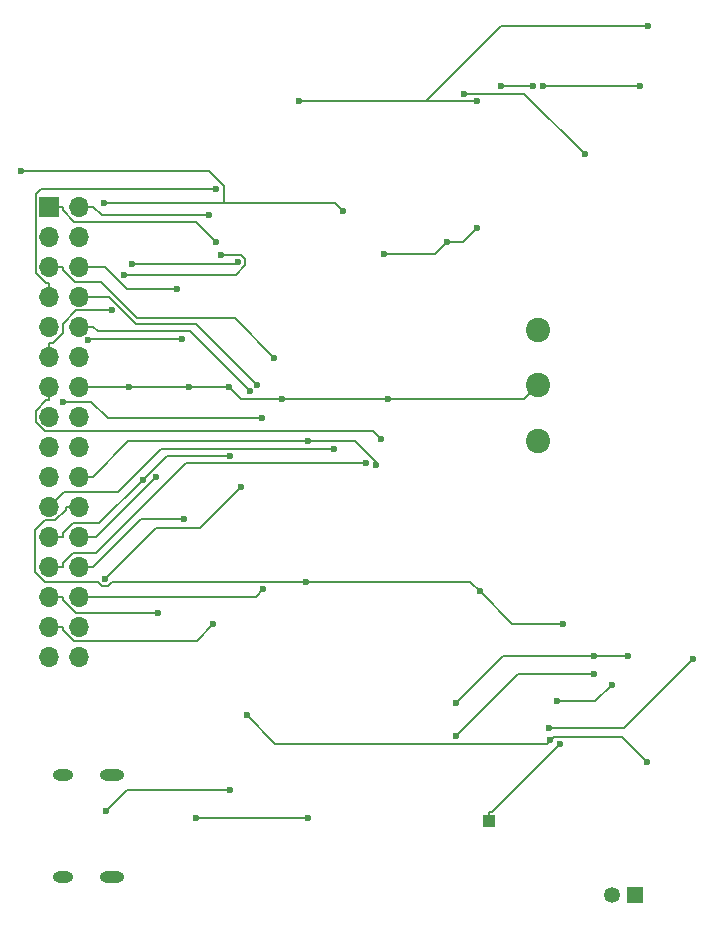
<source format=gbr>
%TF.GenerationSoftware,KiCad,Pcbnew,9.0.0*%
%TF.CreationDate,2025-04-05T16:57:48+02:00*%
%TF.ProjectId,PCB_v2,5043425f-7632-42e6-9b69-6361645f7063,rev?*%
%TF.SameCoordinates,Original*%
%TF.FileFunction,Copper,L2,Bot*%
%TF.FilePolarity,Positive*%
%FSLAX46Y46*%
G04 Gerber Fmt 4.6, Leading zero omitted, Abs format (unit mm)*
G04 Created by KiCad (PCBNEW 9.0.0) date 2025-04-05 16:57:48*
%MOMM*%
%LPD*%
G01*
G04 APERTURE LIST*
%TA.AperFunction,ComponentPad*%
%ADD10R,1.350000X1.350000*%
%TD*%
%TA.AperFunction,ComponentPad*%
%ADD11C,1.350000*%
%TD*%
%TA.AperFunction,ComponentPad*%
%ADD12C,2.057400*%
%TD*%
%TA.AperFunction,ComponentPad*%
%ADD13O,2.050000X0.950000*%
%TD*%
%TA.AperFunction,ComponentPad*%
%ADD14O,1.750000X0.950000*%
%TD*%
%TA.AperFunction,ComponentPad*%
%ADD15R,1.700000X1.700000*%
%TD*%
%TA.AperFunction,ComponentPad*%
%ADD16O,1.700000X1.700000*%
%TD*%
%TA.AperFunction,ComponentPad*%
%ADD17R,1.000000X1.000000*%
%TD*%
%TA.AperFunction,ViaPad*%
%ADD18C,0.600000*%
%TD*%
%TA.AperFunction,Conductor*%
%ADD19C,0.200000*%
%TD*%
G04 APERTURE END LIST*
D10*
%TO.P,J3,1,Pin_1*%
%TO.N,/Battery*%
X141775000Y-133600000D03*
D11*
%TO.P,J3,2,Pin_2*%
%TO.N,GND*%
X139775000Y-133600000D03*
%TD*%
D12*
%TO.P,SW1,1,1*%
%TO.N,unconnected-(SW1-Pad1)*%
X133490700Y-85733400D03*
%TO.P,SW1,2,2*%
%TO.N,/Battery*%
X133490700Y-90433401D03*
%TO.P,SW1,3,3*%
X133490700Y-95133401D03*
%TD*%
D13*
%TO.P,J2,SH1*%
%TO.N,N/C*%
X97475000Y-123450000D03*
%TO.P,J2,SH2*%
X97475000Y-132100000D03*
D14*
%TO.P,J2,SH3*%
X93275000Y-123450000D03*
%TO.P,J2,SH4*%
X93275000Y-132100000D03*
%TD*%
D15*
%TO.P,J1,1,Pin_1*%
%TO.N,/Motor2_B_OUT*%
X92150000Y-75310000D03*
D16*
%TO.P,J1,2,Pin_2*%
%TO.N,/Motor2_A_OUT*%
X94690000Y-75310000D03*
%TO.P,J1,3,Pin_3*%
%TO.N,/Motor4_A_OUT*%
X92150000Y-77850000D03*
%TO.P,J1,4,Pin_4*%
%TO.N,/MOTOR2_CTRL1*%
X94690000Y-77850000D03*
%TO.P,J1,5,Pin_5*%
%TO.N,/Motor4_B_OUT*%
X92150000Y-80390000D03*
%TO.P,J1,6,Pin_6*%
%TO.N,/MOTOR2_CTRL2*%
X94690000Y-80390000D03*
%TO.P,J1,7,Pin_7*%
%TO.N,/CTRL_EXT_LOAD2*%
X92150000Y-82930000D03*
%TO.P,J1,8,Pin_8*%
%TO.N,/MOTOR4_CTRL1*%
X94690000Y-82930000D03*
%TO.P,J1,9,Pin_9*%
%TO.N,/USART2_RX*%
X92150000Y-85470000D03*
%TO.P,J1,10,Pin_10*%
%TO.N,/MOTOR4_CTRL2*%
X94690000Y-85470000D03*
%TO.P,J1,11,Pin_11*%
%TO.N,/EXT_LOAD2_OUT*%
X92150000Y-88010000D03*
%TO.P,J1,12,Pin_12*%
%TO.N,/USART2_TX*%
X94690000Y-88010000D03*
%TO.P,J1,13,Pin_13*%
%TO.N,/MCU C control*%
X92150000Y-90550000D03*
%TO.P,J1,14,Pin_14*%
%TO.N,/Battery*%
X94690000Y-90550000D03*
%TO.P,J1,15,Pin_15*%
%TO.N,unconnected-(J1-Pin_15-Pad15)*%
X92150000Y-93090000D03*
%TO.P,J1,16,Pin_16*%
%TO.N,/I2C1_SCL*%
X94690000Y-93090000D03*
%TO.P,J1,17,Pin_17*%
%TO.N,/I2C1_SDA*%
X92150000Y-95630000D03*
%TO.P,J1,18,Pin_18*%
%TO.N,/3V3 Out*%
X94690000Y-95630000D03*
%TO.P,J1,19,Pin_19*%
%TO.N,GND*%
X92150000Y-98170000D03*
%TO.P,J1,20,Pin_20*%
%TO.N,/5V Out*%
X94690000Y-98170000D03*
%TO.P,J1,21,Pin_21*%
%TO.N,/EXT_LOAD1_OUT*%
X92150000Y-100710000D03*
%TO.P,J1,22,Pin_22*%
%TO.N,/HV*%
X94690000Y-100710000D03*
%TO.P,J1,23,Pin_23*%
%TO.N,GND*%
X92150000Y-103250000D03*
%TO.P,J1,24,Pin_24*%
%TO.N,/MOTOR3_CTRL1*%
X94690000Y-103250000D03*
%TO.P,J1,25,Pin_25*%
%TO.N,/CTRL_EXT_LOAD1*%
X92150000Y-105790000D03*
%TO.P,J1,26,Pin_26*%
%TO.N,/MOTOR3_CTRL2*%
X94690000Y-105790000D03*
%TO.P,J1,27,Pin_27*%
%TO.N,/MOTOR3_A_OUT*%
X92150000Y-108330000D03*
%TO.P,J1,28,Pin_28*%
%TO.N,/MOTOR1_CTRL1*%
X94690000Y-108330000D03*
%TO.P,J1,29,Pin_29*%
%TO.N,/MOTOR3_B_OUT*%
X92150000Y-110870000D03*
%TO.P,J1,30,Pin_30*%
%TO.N,/MOTOR1_CTRL2*%
X94690000Y-110870000D03*
%TO.P,J1,31,Pin_31*%
%TO.N,/MOTOR1_B_OUT*%
X92150000Y-113410000D03*
%TO.P,J1,32,Pin_32*%
%TO.N,/MOTOR1_A_OUT*%
X94690000Y-113410000D03*
%TD*%
D17*
%TO.P,MCUTP1,1,1*%
%TO.N,/MCU C control*%
X129350000Y-127375000D03*
%TD*%
D18*
%TO.N,Net-(U6-~{CHG})*%
X138265700Y-114864900D03*
X126547900Y-120125900D03*
%TO.N,/Motor4_B_OUT*%
X111207700Y-88098400D03*
%TO.N,/Motor4_A_OUT*%
X93301700Y-91820000D03*
X110153800Y-93250100D03*
%TO.N,/MOTOR1_CTRL1*%
X110248100Y-107696300D03*
%TO.N,Net-(IC2-COMP)*%
X133925000Y-65086000D03*
X142137500Y-65086000D03*
%TO.N,Net-(C14-Pad2)*%
X126548300Y-117350000D03*
X141188500Y-113360800D03*
X138275700Y-113360800D03*
%TO.N,Net-(U6-EN2)*%
X135127200Y-117191400D03*
X139769700Y-115799100D03*
%TO.N,Net-(U6-~{CE})*%
X134425000Y-119503000D03*
X146663500Y-113619900D03*
%TO.N,Net-(IC1-VDD)*%
X114091300Y-127108200D03*
X104581300Y-127108200D03*
%TO.N,/MOTOR2_CTRL1*%
X95458600Y-86621700D03*
X103365500Y-86553300D03*
%TO.N,/MOTOR1_A_OUT*%
X99120100Y-80215100D03*
X108147800Y-80018200D03*
%TO.N,/MOTOR1_CTRL2*%
X96889600Y-106831700D03*
X108414800Y-99028600D03*
%TO.N,/MOTOR3_B_OUT*%
X106025000Y-110681600D03*
%TO.N,/MOTOR3_CTRL2*%
X103564700Y-101750300D03*
%TO.N,/MOTOR1_B_OUT*%
X98475700Y-81092100D03*
X106700000Y-79399700D03*
%TO.N,/MCU C control*%
X135392200Y-120786200D03*
X120194100Y-94964300D03*
%TO.N,/Motor2_B_OUT*%
X106252100Y-78281600D03*
%TO.N,/CTRL_EXT_LOAD1*%
X118925000Y-97001400D03*
%TO.N,/MOTOR4_CTRL2*%
X109149500Y-90961300D03*
%TO.N,/CTRL_EXT_LOAD2*%
X106295000Y-73837700D03*
%TO.N,/MOTOR2_CTRL2*%
X102981400Y-82285300D03*
%TO.N,/Motor2_A_OUT*%
X105638000Y-76050600D03*
%TO.N,/MOTOR3_A_OUT*%
X101350000Y-109713700D03*
%TO.N,/MOTOR3_CTRL1*%
X101161000Y-98175400D03*
%TO.N,/MOTOR4_CTRL1*%
X109735200Y-90398300D03*
%TO.N,Net-(IC2-ILIM)*%
X130363800Y-65143700D03*
X133118400Y-65143700D03*
%TO.N,Net-(IC1-CC1)*%
X96952700Y-126499000D03*
X107414800Y-124716500D03*
%TO.N,Net-(IC2-VBN)*%
X137498700Y-70871700D03*
X127294500Y-65745400D03*
%TO.N,/EXT_LOAD2_OUT*%
X97418000Y-84083700D03*
%TO.N,/EXT_LOAD1_OUT*%
X116278700Y-95827100D03*
%TO.N,/5V Out*%
X119787500Y-97196700D03*
X114091300Y-95198700D03*
X113255400Y-66374300D03*
X128371700Y-66374300D03*
X142812500Y-59987000D03*
%TO.N,/HV*%
X113900000Y-107075500D03*
X128575000Y-107896200D03*
X135611000Y-110641700D03*
%TO.N,/Battery*%
X98933300Y-90550000D03*
X103970000Y-90550000D03*
X107350000Y-90550000D03*
X120863800Y-91568800D03*
X111826300Y-91568800D03*
X134542400Y-120511800D03*
X142745500Y-122318100D03*
X120463200Y-79305200D03*
X128375000Y-77115900D03*
X108855000Y-118376200D03*
X125832300Y-78319100D03*
%TO.N,GND*%
X100052700Y-98424500D03*
X107487400Y-96399700D03*
%TO.N,/3V3 Out*%
X96785300Y-75000100D03*
X117025000Y-75665600D03*
X89715800Y-72295600D03*
%TD*%
D19*
%TO.N,Net-(U6-~{CHG})*%
X131808900Y-114864900D02*
X138265700Y-114864900D01*
X126547900Y-120125900D02*
X131808900Y-114864900D01*
%TO.N,/Motor4_B_OUT*%
X92150000Y-80390000D02*
X93301700Y-80390000D01*
X93301700Y-80658500D02*
X93301700Y-80390000D01*
X94303200Y-81660000D02*
X93301700Y-80658500D01*
X96513600Y-81660000D02*
X94303200Y-81660000D01*
X99597200Y-84743600D02*
X96513600Y-81660000D01*
X107852900Y-84743600D02*
X99597200Y-84743600D01*
X111207700Y-88098400D02*
X107852900Y-84743600D01*
%TO.N,/Motor4_A_OUT*%
X95691200Y-91820000D02*
X93301700Y-91820000D01*
X97121300Y-93250100D02*
X95691200Y-91820000D01*
X110153800Y-93250100D02*
X97121300Y-93250100D01*
%TO.N,/MOTOR1_CTRL1*%
X94690000Y-108330000D02*
X95841700Y-108330000D01*
X109614400Y-108330000D02*
X110248100Y-107696300D01*
X95841700Y-108330000D02*
X109614400Y-108330000D01*
%TO.N,Net-(IC2-COMP)*%
X142137500Y-65086000D02*
X133925000Y-65086000D01*
%TO.N,Net-(C14-Pad2)*%
X141188500Y-113360800D02*
X138275700Y-113360800D01*
X130537500Y-113360800D02*
X138275700Y-113360800D01*
X126548300Y-117350000D02*
X130537500Y-113360800D01*
%TO.N,Net-(U6-EN2)*%
X138377400Y-117191400D02*
X139769700Y-115799100D01*
X135127200Y-117191400D02*
X138377400Y-117191400D01*
%TO.N,Net-(U6-~{CE})*%
X140780400Y-119503000D02*
X134425000Y-119503000D01*
X146663500Y-113619900D02*
X140780400Y-119503000D01*
%TO.N,Net-(IC1-VDD)*%
X104581300Y-127108200D02*
X114091300Y-127108200D01*
%TO.N,/MOTOR2_CTRL1*%
X95527000Y-86553300D02*
X95458600Y-86621700D01*
X103365500Y-86553300D02*
X95527000Y-86553300D01*
%TO.N,/MOTOR1_A_OUT*%
X107950900Y-80215100D02*
X99120100Y-80215100D01*
X108147800Y-80018200D02*
X107950900Y-80215100D01*
%TO.N,/MOTOR1_CTRL2*%
X104874600Y-102568800D02*
X108414800Y-99028600D01*
X101152500Y-102568800D02*
X104874600Y-102568800D01*
X96889600Y-106831700D02*
X101152500Y-102568800D01*
%TO.N,/MOTOR3_B_OUT*%
X104646000Y-112060600D02*
X106025000Y-110681600D01*
X94204400Y-112060600D02*
X104646000Y-112060600D01*
X93301700Y-111157900D02*
X94204400Y-112060600D01*
X93301700Y-110870000D02*
X93301700Y-111157900D01*
X92150000Y-110870000D02*
X93301700Y-110870000D01*
%TO.N,/MOTOR3_CTRL2*%
X94690000Y-105790000D02*
X95841700Y-105790000D01*
X99881400Y-101750300D02*
X103564700Y-101750300D01*
X95841700Y-105790000D02*
X99881400Y-101750300D01*
%TO.N,/MOTOR1_B_OUT*%
X108402500Y-79399700D02*
X106700000Y-79399700D01*
X108749600Y-79746800D02*
X108402500Y-79399700D01*
X108749600Y-80294300D02*
X108749600Y-79746800D01*
X107951800Y-81092100D02*
X108749600Y-80294300D01*
X98475700Y-81092100D02*
X107951800Y-81092100D01*
%TO.N,/MCU C control*%
X129605100Y-126573300D02*
X135392200Y-120786200D01*
X129350000Y-126573300D02*
X129605100Y-126573300D01*
X129350000Y-127375000D02*
X129350000Y-126573300D01*
X92150000Y-90550000D02*
X92150000Y-91701700D01*
X119547200Y-94317400D02*
X120194100Y-94964300D01*
X91748200Y-94317400D02*
X119547200Y-94317400D01*
X90995600Y-93564800D02*
X91748200Y-94317400D01*
X90995600Y-92587600D02*
X90995600Y-93564800D01*
X91881500Y-91701700D02*
X90995600Y-92587600D01*
X92150000Y-91701700D02*
X91881500Y-91701700D01*
%TO.N,/Motor2_B_OUT*%
X104550500Y-76580000D02*
X106252100Y-78281600D01*
X94283800Y-76580000D02*
X104550500Y-76580000D01*
X93301700Y-75597900D02*
X94283800Y-76580000D01*
X93301700Y-75310000D02*
X93301700Y-75597900D01*
X92150000Y-75310000D02*
X93301700Y-75310000D01*
%TO.N,/CTRL_EXT_LOAD1*%
X92150000Y-105790000D02*
X93301700Y-105790000D01*
X103753900Y-97001400D02*
X118925000Y-97001400D01*
X96117000Y-104638300D02*
X103753900Y-97001400D01*
X94165400Y-104638300D02*
X96117000Y-104638300D01*
X93301700Y-105502000D02*
X94165400Y-104638300D01*
X93301700Y-105790000D02*
X93301700Y-105502000D01*
%TO.N,/MOTOR4_CTRL2*%
X94690000Y-85470000D02*
X95841700Y-85470000D01*
X104059900Y-85871700D02*
X109149500Y-90961300D01*
X96243400Y-85871700D02*
X104059900Y-85871700D01*
X95841700Y-85470000D02*
X96243400Y-85871700D01*
%TO.N,/CTRL_EXT_LOAD2*%
X92150000Y-82930000D02*
X92150000Y-81778300D01*
X91410800Y-73837700D02*
X106295000Y-73837700D01*
X90998300Y-74250200D02*
X91410800Y-73837700D01*
X90998300Y-80914600D02*
X90998300Y-74250200D01*
X91862000Y-81778300D02*
X90998300Y-80914600D01*
X92150000Y-81778300D02*
X91862000Y-81778300D01*
%TO.N,/MOTOR2_CTRL2*%
X98767200Y-82285300D02*
X102981400Y-82285300D01*
X96871900Y-80390000D02*
X98767200Y-82285300D01*
X94690000Y-80390000D02*
X96871900Y-80390000D01*
%TO.N,/Motor2_A_OUT*%
X94690000Y-75310000D02*
X95841700Y-75310000D01*
X96582300Y-76050600D02*
X105638000Y-76050600D01*
X95841700Y-75310000D02*
X96582300Y-76050600D01*
%TO.N,/MOTOR3_A_OUT*%
X94397500Y-109713700D02*
X101350000Y-109713700D01*
X93301700Y-108617900D02*
X94397500Y-109713700D01*
X93301700Y-108330000D02*
X93301700Y-108617900D01*
X92150000Y-108330000D02*
X93301700Y-108330000D01*
%TO.N,/MOTOR3_CTRL1*%
X94690000Y-103250000D02*
X95841700Y-103250000D01*
X96086400Y-103250000D02*
X101161000Y-98175400D01*
X95841700Y-103250000D02*
X96086400Y-103250000D01*
%TO.N,/MOTOR4_CTRL1*%
X104606900Y-85270000D02*
X109735200Y-90398300D01*
X99504600Y-85270000D02*
X104606900Y-85270000D01*
X97164600Y-82930000D02*
X99504600Y-85270000D01*
X94690000Y-82930000D02*
X97164600Y-82930000D01*
%TO.N,Net-(IC2-ILIM)*%
X130363800Y-65143700D02*
X133118400Y-65143700D01*
%TO.N,Net-(IC1-CC1)*%
X98735200Y-124716500D02*
X96952700Y-126499000D01*
X107414800Y-124716500D02*
X98735200Y-124716500D01*
%TO.N,Net-(IC2-VBN)*%
X132372400Y-65745400D02*
X127294500Y-65745400D01*
X137498700Y-70871700D02*
X132372400Y-65745400D01*
%TO.N,/EXT_LOAD2_OUT*%
X92150000Y-88010000D02*
X92150000Y-86858300D01*
X94444200Y-84083700D02*
X97418000Y-84083700D01*
X93301700Y-85226200D02*
X94444200Y-84083700D01*
X93301700Y-85994600D02*
X93301700Y-85226200D01*
X92438000Y-86858300D02*
X93301700Y-85994600D01*
X92150000Y-86858300D02*
X92438000Y-86858300D01*
%TO.N,/EXT_LOAD1_OUT*%
X93420000Y-99440000D02*
X92150000Y-100710000D01*
X97982100Y-99440000D02*
X93420000Y-99440000D01*
X101624100Y-95798000D02*
X97982100Y-99440000D01*
X107736600Y-95798000D02*
X101624100Y-95798000D01*
X107765700Y-95827100D02*
X107736600Y-95798000D01*
X116278700Y-95827100D02*
X107765700Y-95827100D01*
%TO.N,/5V Out*%
X94690000Y-98170000D02*
X95841700Y-98170000D01*
X98813000Y-95198700D02*
X95841700Y-98170000D01*
X114091300Y-95198700D02*
X98813000Y-95198700D01*
X114091300Y-95198800D02*
X114091300Y-95198700D01*
X118012400Y-95198800D02*
X114091300Y-95198800D01*
X119787500Y-96973900D02*
X118012400Y-95198800D01*
X119787500Y-97196700D02*
X119787500Y-96973900D01*
X113255400Y-66374300D02*
X124033700Y-66374300D01*
X124033700Y-66374300D02*
X128371700Y-66374300D01*
X130421000Y-59987000D02*
X142812500Y-59987000D01*
X124033700Y-66374300D02*
X130421000Y-59987000D01*
%TO.N,/HV*%
X94690000Y-100710000D02*
X93538300Y-100710000D01*
X97496600Y-107075500D02*
X113900000Y-107075500D01*
X97496600Y-107075600D02*
X97496600Y-107075500D01*
X97138800Y-107433400D02*
X97496600Y-107075600D01*
X96640500Y-107433400D02*
X97138800Y-107433400D01*
X96282600Y-107075500D02*
X96640500Y-107433400D01*
X91748900Y-107075500D02*
X96282600Y-107075500D01*
X90959200Y-106285800D02*
X91748900Y-107075500D01*
X90959200Y-102719300D02*
X90959200Y-106285800D01*
X91816800Y-101861700D02*
X90959200Y-102719300D01*
X92674600Y-101861700D02*
X91816800Y-101861700D01*
X93538300Y-100998000D02*
X92674600Y-101861700D01*
X93538300Y-100710000D02*
X93538300Y-100998000D01*
X127754300Y-107075500D02*
X128575000Y-107896200D01*
X113900000Y-107075500D02*
X127754300Y-107075500D01*
X131320500Y-110641700D02*
X128575000Y-107896200D01*
X135611000Y-110641700D02*
X131320500Y-110641700D01*
%TO.N,/Battery*%
X94690000Y-90550000D02*
X98933300Y-90550000D01*
X98933300Y-90550000D02*
X103970000Y-90550000D01*
X103970000Y-90550000D02*
X107350000Y-90550000D01*
X132355300Y-91568800D02*
X120863800Y-91568800D01*
X133490700Y-90433400D02*
X132355300Y-91568800D01*
X111258100Y-120779300D02*
X108855000Y-118376200D01*
X134274900Y-120779300D02*
X111258100Y-120779300D01*
X134542400Y-120511800D02*
X134274900Y-120779300D01*
X120863800Y-91568800D02*
X111826300Y-91568800D01*
X134869700Y-120184500D02*
X134542400Y-120511800D01*
X140611900Y-120184500D02*
X134869700Y-120184500D01*
X142745500Y-122318100D02*
X140611900Y-120184500D01*
X108368800Y-91568800D02*
X107350000Y-90550000D01*
X111826300Y-91568800D02*
X108368800Y-91568800D01*
X127171800Y-78319100D02*
X128375000Y-77115900D01*
X125832300Y-78319100D02*
X127171800Y-78319100D01*
X124846200Y-79305200D02*
X125832300Y-78319100D01*
X120463200Y-79305200D02*
X124846200Y-79305200D01*
%TO.N,GND*%
X92150000Y-103250000D02*
X93301700Y-103250000D01*
X96378900Y-102098300D02*
X100052700Y-98424500D01*
X94165400Y-102098300D02*
X96378900Y-102098300D01*
X93301700Y-102962000D02*
X94165400Y-102098300D01*
X93301700Y-103250000D02*
X93301700Y-102962000D01*
X102077500Y-96399700D02*
X107487400Y-96399700D01*
X100052700Y-98424500D02*
X102077500Y-96399700D01*
%TO.N,/3V3 Out*%
X105639100Y-72295600D02*
X89715800Y-72295600D01*
X106906800Y-73563300D02*
X105639100Y-72295600D01*
X106906800Y-75000100D02*
X106906800Y-73563300D01*
X116359500Y-75000100D02*
X106906800Y-75000100D01*
X117025000Y-75665600D02*
X116359500Y-75000100D01*
X106906800Y-75000100D02*
X96785300Y-75000100D01*
%TD*%
M02*

</source>
